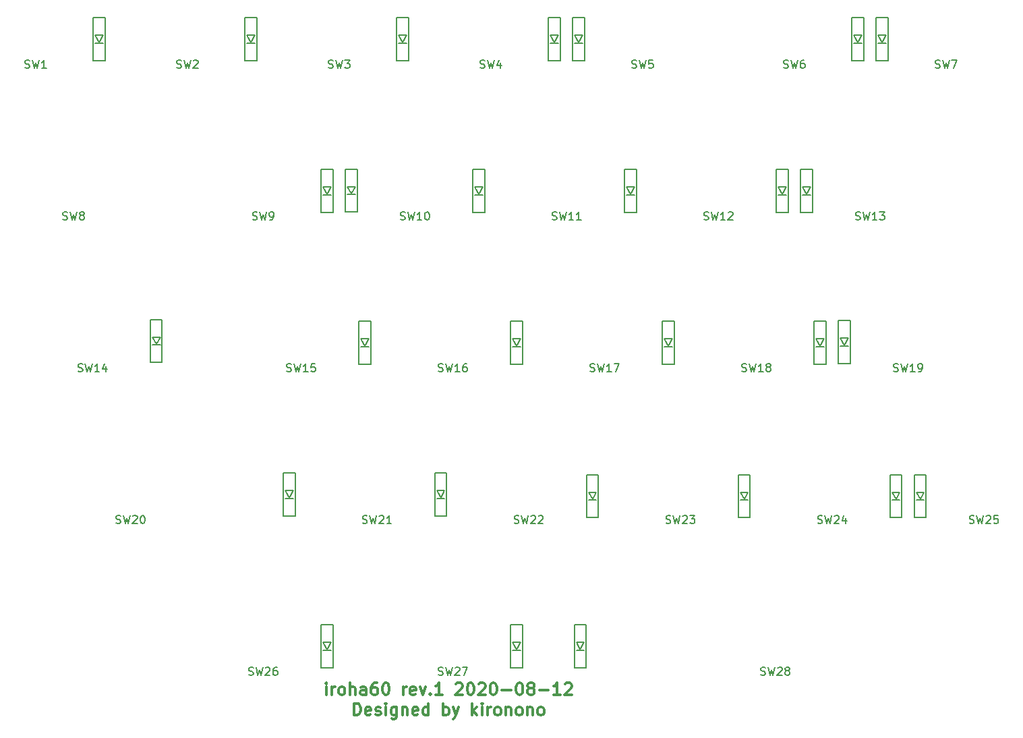
<source format=gto>
G04 #@! TF.GenerationSoftware,KiCad,Pcbnew,(5.1.5-0-10_14)*
G04 #@! TF.CreationDate,2020-08-12T23:03:47+09:00*
G04 #@! TF.ProjectId,iroha60-left,69726f68-6136-4302-9d6c-6566742e6b69,rev?*
G04 #@! TF.SameCoordinates,Original*
G04 #@! TF.FileFunction,Legend,Top*
G04 #@! TF.FilePolarity,Positive*
%FSLAX46Y46*%
G04 Gerber Fmt 4.6, Leading zero omitted, Abs format (unit mm)*
G04 Created by KiCad (PCBNEW (5.1.5-0-10_14)) date 2020-08-12 23:03:47*
%MOMM*%
%LPD*%
G04 APERTURE LIST*
%ADD10C,0.300000*%
%ADD11C,0.150000*%
G04 APERTURE END LIST*
D10*
X65685892Y-110233571D02*
X65685892Y-109233571D01*
X65685892Y-108733571D02*
X65614464Y-108805000D01*
X65685892Y-108876428D01*
X65757321Y-108805000D01*
X65685892Y-108733571D01*
X65685892Y-108876428D01*
X66400178Y-110233571D02*
X66400178Y-109233571D01*
X66400178Y-109519285D02*
X66471607Y-109376428D01*
X66543035Y-109305000D01*
X66685892Y-109233571D01*
X66828750Y-109233571D01*
X67543035Y-110233571D02*
X67400178Y-110162142D01*
X67328750Y-110090714D01*
X67257321Y-109947857D01*
X67257321Y-109519285D01*
X67328750Y-109376428D01*
X67400178Y-109305000D01*
X67543035Y-109233571D01*
X67757321Y-109233571D01*
X67900178Y-109305000D01*
X67971607Y-109376428D01*
X68043035Y-109519285D01*
X68043035Y-109947857D01*
X67971607Y-110090714D01*
X67900178Y-110162142D01*
X67757321Y-110233571D01*
X67543035Y-110233571D01*
X68685892Y-110233571D02*
X68685892Y-108733571D01*
X69328750Y-110233571D02*
X69328750Y-109447857D01*
X69257321Y-109305000D01*
X69114464Y-109233571D01*
X68900178Y-109233571D01*
X68757321Y-109305000D01*
X68685892Y-109376428D01*
X70685892Y-110233571D02*
X70685892Y-109447857D01*
X70614464Y-109305000D01*
X70471607Y-109233571D01*
X70185892Y-109233571D01*
X70043035Y-109305000D01*
X70685892Y-110162142D02*
X70543035Y-110233571D01*
X70185892Y-110233571D01*
X70043035Y-110162142D01*
X69971607Y-110019285D01*
X69971607Y-109876428D01*
X70043035Y-109733571D01*
X70185892Y-109662142D01*
X70543035Y-109662142D01*
X70685892Y-109590714D01*
X72043035Y-108733571D02*
X71757321Y-108733571D01*
X71614464Y-108805000D01*
X71543035Y-108876428D01*
X71400178Y-109090714D01*
X71328750Y-109376428D01*
X71328750Y-109947857D01*
X71400178Y-110090714D01*
X71471607Y-110162142D01*
X71614464Y-110233571D01*
X71900178Y-110233571D01*
X72043035Y-110162142D01*
X72114464Y-110090714D01*
X72185892Y-109947857D01*
X72185892Y-109590714D01*
X72114464Y-109447857D01*
X72043035Y-109376428D01*
X71900178Y-109305000D01*
X71614464Y-109305000D01*
X71471607Y-109376428D01*
X71400178Y-109447857D01*
X71328750Y-109590714D01*
X73114464Y-108733571D02*
X73257321Y-108733571D01*
X73400178Y-108805000D01*
X73471607Y-108876428D01*
X73543035Y-109019285D01*
X73614464Y-109305000D01*
X73614464Y-109662142D01*
X73543035Y-109947857D01*
X73471607Y-110090714D01*
X73400178Y-110162142D01*
X73257321Y-110233571D01*
X73114464Y-110233571D01*
X72971607Y-110162142D01*
X72900178Y-110090714D01*
X72828750Y-109947857D01*
X72757321Y-109662142D01*
X72757321Y-109305000D01*
X72828750Y-109019285D01*
X72900178Y-108876428D01*
X72971607Y-108805000D01*
X73114464Y-108733571D01*
X75400178Y-110233571D02*
X75400178Y-109233571D01*
X75400178Y-109519285D02*
X75471607Y-109376428D01*
X75543035Y-109305000D01*
X75685892Y-109233571D01*
X75828750Y-109233571D01*
X76900178Y-110162142D02*
X76757321Y-110233571D01*
X76471607Y-110233571D01*
X76328750Y-110162142D01*
X76257321Y-110019285D01*
X76257321Y-109447857D01*
X76328750Y-109305000D01*
X76471607Y-109233571D01*
X76757321Y-109233571D01*
X76900178Y-109305000D01*
X76971607Y-109447857D01*
X76971607Y-109590714D01*
X76257321Y-109733571D01*
X77471607Y-109233571D02*
X77828750Y-110233571D01*
X78185892Y-109233571D01*
X78757321Y-110090714D02*
X78828750Y-110162142D01*
X78757321Y-110233571D01*
X78685892Y-110162142D01*
X78757321Y-110090714D01*
X78757321Y-110233571D01*
X80257321Y-110233571D02*
X79400178Y-110233571D01*
X79828750Y-110233571D02*
X79828750Y-108733571D01*
X79685892Y-108947857D01*
X79543035Y-109090714D01*
X79400178Y-109162142D01*
X81971607Y-108876428D02*
X82043035Y-108805000D01*
X82185892Y-108733571D01*
X82543035Y-108733571D01*
X82685892Y-108805000D01*
X82757321Y-108876428D01*
X82828750Y-109019285D01*
X82828750Y-109162142D01*
X82757321Y-109376428D01*
X81900178Y-110233571D01*
X82828750Y-110233571D01*
X83757321Y-108733571D02*
X83900178Y-108733571D01*
X84043035Y-108805000D01*
X84114464Y-108876428D01*
X84185892Y-109019285D01*
X84257321Y-109305000D01*
X84257321Y-109662142D01*
X84185892Y-109947857D01*
X84114464Y-110090714D01*
X84043035Y-110162142D01*
X83900178Y-110233571D01*
X83757321Y-110233571D01*
X83614464Y-110162142D01*
X83543035Y-110090714D01*
X83471607Y-109947857D01*
X83400178Y-109662142D01*
X83400178Y-109305000D01*
X83471607Y-109019285D01*
X83543035Y-108876428D01*
X83614464Y-108805000D01*
X83757321Y-108733571D01*
X84828750Y-108876428D02*
X84900178Y-108805000D01*
X85043035Y-108733571D01*
X85400178Y-108733571D01*
X85543035Y-108805000D01*
X85614464Y-108876428D01*
X85685892Y-109019285D01*
X85685892Y-109162142D01*
X85614464Y-109376428D01*
X84757321Y-110233571D01*
X85685892Y-110233571D01*
X86614464Y-108733571D02*
X86757321Y-108733571D01*
X86900178Y-108805000D01*
X86971607Y-108876428D01*
X87043035Y-109019285D01*
X87114464Y-109305000D01*
X87114464Y-109662142D01*
X87043035Y-109947857D01*
X86971607Y-110090714D01*
X86900178Y-110162142D01*
X86757321Y-110233571D01*
X86614464Y-110233571D01*
X86471607Y-110162142D01*
X86400178Y-110090714D01*
X86328750Y-109947857D01*
X86257321Y-109662142D01*
X86257321Y-109305000D01*
X86328750Y-109019285D01*
X86400178Y-108876428D01*
X86471607Y-108805000D01*
X86614464Y-108733571D01*
X87757321Y-109662142D02*
X88900178Y-109662142D01*
X89900178Y-108733571D02*
X90043035Y-108733571D01*
X90185892Y-108805000D01*
X90257321Y-108876428D01*
X90328750Y-109019285D01*
X90400178Y-109305000D01*
X90400178Y-109662142D01*
X90328750Y-109947857D01*
X90257321Y-110090714D01*
X90185892Y-110162142D01*
X90043035Y-110233571D01*
X89900178Y-110233571D01*
X89757321Y-110162142D01*
X89685892Y-110090714D01*
X89614464Y-109947857D01*
X89543035Y-109662142D01*
X89543035Y-109305000D01*
X89614464Y-109019285D01*
X89685892Y-108876428D01*
X89757321Y-108805000D01*
X89900178Y-108733571D01*
X91257321Y-109376428D02*
X91114464Y-109305000D01*
X91043035Y-109233571D01*
X90971607Y-109090714D01*
X90971607Y-109019285D01*
X91043035Y-108876428D01*
X91114464Y-108805000D01*
X91257321Y-108733571D01*
X91543035Y-108733571D01*
X91685892Y-108805000D01*
X91757321Y-108876428D01*
X91828750Y-109019285D01*
X91828750Y-109090714D01*
X91757321Y-109233571D01*
X91685892Y-109305000D01*
X91543035Y-109376428D01*
X91257321Y-109376428D01*
X91114464Y-109447857D01*
X91043035Y-109519285D01*
X90971607Y-109662142D01*
X90971607Y-109947857D01*
X91043035Y-110090714D01*
X91114464Y-110162142D01*
X91257321Y-110233571D01*
X91543035Y-110233571D01*
X91685892Y-110162142D01*
X91757321Y-110090714D01*
X91828750Y-109947857D01*
X91828750Y-109662142D01*
X91757321Y-109519285D01*
X91685892Y-109447857D01*
X91543035Y-109376428D01*
X92471607Y-109662142D02*
X93614464Y-109662142D01*
X95114464Y-110233571D02*
X94257321Y-110233571D01*
X94685892Y-110233571D02*
X94685892Y-108733571D01*
X94543035Y-108947857D01*
X94400178Y-109090714D01*
X94257321Y-109162142D01*
X95685892Y-108876428D02*
X95757321Y-108805000D01*
X95900178Y-108733571D01*
X96257321Y-108733571D01*
X96400178Y-108805000D01*
X96471607Y-108876428D01*
X96543035Y-109019285D01*
X96543035Y-109162142D01*
X96471607Y-109376428D01*
X95614464Y-110233571D01*
X96543035Y-110233571D01*
X69185892Y-112783571D02*
X69185892Y-111283571D01*
X69543035Y-111283571D01*
X69757321Y-111355000D01*
X69900178Y-111497857D01*
X69971607Y-111640714D01*
X70043035Y-111926428D01*
X70043035Y-112140714D01*
X69971607Y-112426428D01*
X69900178Y-112569285D01*
X69757321Y-112712142D01*
X69543035Y-112783571D01*
X69185892Y-112783571D01*
X71257321Y-112712142D02*
X71114464Y-112783571D01*
X70828750Y-112783571D01*
X70685892Y-112712142D01*
X70614464Y-112569285D01*
X70614464Y-111997857D01*
X70685892Y-111855000D01*
X70828750Y-111783571D01*
X71114464Y-111783571D01*
X71257321Y-111855000D01*
X71328750Y-111997857D01*
X71328750Y-112140714D01*
X70614464Y-112283571D01*
X71900178Y-112712142D02*
X72043035Y-112783571D01*
X72328750Y-112783571D01*
X72471607Y-112712142D01*
X72543035Y-112569285D01*
X72543035Y-112497857D01*
X72471607Y-112355000D01*
X72328750Y-112283571D01*
X72114464Y-112283571D01*
X71971607Y-112212142D01*
X71900178Y-112069285D01*
X71900178Y-111997857D01*
X71971607Y-111855000D01*
X72114464Y-111783571D01*
X72328750Y-111783571D01*
X72471607Y-111855000D01*
X73185892Y-112783571D02*
X73185892Y-111783571D01*
X73185892Y-111283571D02*
X73114464Y-111355000D01*
X73185892Y-111426428D01*
X73257321Y-111355000D01*
X73185892Y-111283571D01*
X73185892Y-111426428D01*
X74543035Y-111783571D02*
X74543035Y-112997857D01*
X74471607Y-113140714D01*
X74400178Y-113212142D01*
X74257321Y-113283571D01*
X74043035Y-113283571D01*
X73900178Y-113212142D01*
X74543035Y-112712142D02*
X74400178Y-112783571D01*
X74114464Y-112783571D01*
X73971607Y-112712142D01*
X73900178Y-112640714D01*
X73828750Y-112497857D01*
X73828750Y-112069285D01*
X73900178Y-111926428D01*
X73971607Y-111855000D01*
X74114464Y-111783571D01*
X74400178Y-111783571D01*
X74543035Y-111855000D01*
X75257321Y-111783571D02*
X75257321Y-112783571D01*
X75257321Y-111926428D02*
X75328750Y-111855000D01*
X75471607Y-111783571D01*
X75685892Y-111783571D01*
X75828750Y-111855000D01*
X75900178Y-111997857D01*
X75900178Y-112783571D01*
X77185892Y-112712142D02*
X77043035Y-112783571D01*
X76757321Y-112783571D01*
X76614464Y-112712142D01*
X76543035Y-112569285D01*
X76543035Y-111997857D01*
X76614464Y-111855000D01*
X76757321Y-111783571D01*
X77043035Y-111783571D01*
X77185892Y-111855000D01*
X77257321Y-111997857D01*
X77257321Y-112140714D01*
X76543035Y-112283571D01*
X78543035Y-112783571D02*
X78543035Y-111283571D01*
X78543035Y-112712142D02*
X78400178Y-112783571D01*
X78114464Y-112783571D01*
X77971607Y-112712142D01*
X77900178Y-112640714D01*
X77828750Y-112497857D01*
X77828750Y-112069285D01*
X77900178Y-111926428D01*
X77971607Y-111855000D01*
X78114464Y-111783571D01*
X78400178Y-111783571D01*
X78543035Y-111855000D01*
X80400178Y-112783571D02*
X80400178Y-111283571D01*
X80400178Y-111855000D02*
X80543035Y-111783571D01*
X80828750Y-111783571D01*
X80971607Y-111855000D01*
X81043035Y-111926428D01*
X81114464Y-112069285D01*
X81114464Y-112497857D01*
X81043035Y-112640714D01*
X80971607Y-112712142D01*
X80828750Y-112783571D01*
X80543035Y-112783571D01*
X80400178Y-112712142D01*
X81614464Y-111783571D02*
X81971607Y-112783571D01*
X82328750Y-111783571D02*
X81971607Y-112783571D01*
X81828750Y-113140714D01*
X81757321Y-113212142D01*
X81614464Y-113283571D01*
X84043035Y-112783571D02*
X84043035Y-111283571D01*
X84185892Y-112212142D02*
X84614464Y-112783571D01*
X84614464Y-111783571D02*
X84043035Y-112355000D01*
X85257321Y-112783571D02*
X85257321Y-111783571D01*
X85257321Y-111283571D02*
X85185892Y-111355000D01*
X85257321Y-111426428D01*
X85328750Y-111355000D01*
X85257321Y-111283571D01*
X85257321Y-111426428D01*
X85971607Y-112783571D02*
X85971607Y-111783571D01*
X85971607Y-112069285D02*
X86043035Y-111926428D01*
X86114464Y-111855000D01*
X86257321Y-111783571D01*
X86400178Y-111783571D01*
X87114464Y-112783571D02*
X86971607Y-112712142D01*
X86900178Y-112640714D01*
X86828750Y-112497857D01*
X86828750Y-112069285D01*
X86900178Y-111926428D01*
X86971607Y-111855000D01*
X87114464Y-111783571D01*
X87328750Y-111783571D01*
X87471607Y-111855000D01*
X87543035Y-111926428D01*
X87614464Y-112069285D01*
X87614464Y-112497857D01*
X87543035Y-112640714D01*
X87471607Y-112712142D01*
X87328750Y-112783571D01*
X87114464Y-112783571D01*
X88257321Y-111783571D02*
X88257321Y-112783571D01*
X88257321Y-111926428D02*
X88328750Y-111855000D01*
X88471607Y-111783571D01*
X88685892Y-111783571D01*
X88828750Y-111855000D01*
X88900178Y-111997857D01*
X88900178Y-112783571D01*
X89828750Y-112783571D02*
X89685892Y-112712142D01*
X89614464Y-112640714D01*
X89543035Y-112497857D01*
X89543035Y-112069285D01*
X89614464Y-111926428D01*
X89685892Y-111855000D01*
X89828750Y-111783571D01*
X90043035Y-111783571D01*
X90185892Y-111855000D01*
X90257321Y-111926428D01*
X90328750Y-112069285D01*
X90328750Y-112497857D01*
X90257321Y-112640714D01*
X90185892Y-112712142D01*
X90043035Y-112783571D01*
X89828750Y-112783571D01*
X90971607Y-111783571D02*
X90971607Y-112783571D01*
X90971607Y-111926428D02*
X91043035Y-111855000D01*
X91185892Y-111783571D01*
X91400178Y-111783571D01*
X91543035Y-111855000D01*
X91614464Y-111997857D01*
X91614464Y-112783571D01*
X92543035Y-112783571D02*
X92400178Y-112712142D01*
X92328750Y-112640714D01*
X92257321Y-112497857D01*
X92257321Y-112069285D01*
X92328750Y-111926428D01*
X92400178Y-111855000D01*
X92543035Y-111783571D01*
X92757321Y-111783571D01*
X92900178Y-111855000D01*
X92971607Y-111926428D01*
X93043035Y-112069285D01*
X93043035Y-112497857D01*
X92971607Y-112640714D01*
X92900178Y-112712142D01*
X92757321Y-112783571D01*
X92543035Y-112783571D01*
D11*
X37960000Y-25240000D02*
X36460000Y-25240000D01*
X37960000Y-30640000D02*
X37960000Y-25240000D01*
X36460000Y-30640000D02*
X37960000Y-30640000D01*
X36460000Y-25240000D02*
X36460000Y-30640000D01*
X36710000Y-28440000D02*
X37710000Y-28440000D01*
X37710000Y-27440000D02*
X37210000Y-28340000D01*
X36710000Y-27440000D02*
X37710000Y-27440000D01*
X37210000Y-28340000D02*
X36710000Y-27440000D01*
X56960000Y-25240000D02*
X55460000Y-25240000D01*
X56960000Y-30640000D02*
X56960000Y-25240000D01*
X55460000Y-30640000D02*
X56960000Y-30640000D01*
X55460000Y-25240000D02*
X55460000Y-30640000D01*
X55710000Y-28440000D02*
X56710000Y-28440000D01*
X56710000Y-27440000D02*
X56210000Y-28340000D01*
X55710000Y-27440000D02*
X56710000Y-27440000D01*
X56210000Y-28340000D02*
X55710000Y-27440000D01*
X76060000Y-25240000D02*
X74560000Y-25240000D01*
X76060000Y-30640000D02*
X76060000Y-25240000D01*
X74560000Y-30640000D02*
X76060000Y-30640000D01*
X74560000Y-25240000D02*
X74560000Y-30640000D01*
X74810000Y-28440000D02*
X75810000Y-28440000D01*
X75810000Y-27440000D02*
X75310000Y-28340000D01*
X74810000Y-27440000D02*
X75810000Y-27440000D01*
X75310000Y-28340000D02*
X74810000Y-27440000D01*
X95110000Y-25240000D02*
X93610000Y-25240000D01*
X95110000Y-30640000D02*
X95110000Y-25240000D01*
X93610000Y-30640000D02*
X95110000Y-30640000D01*
X93610000Y-25240000D02*
X93610000Y-30640000D01*
X93860000Y-28440000D02*
X94860000Y-28440000D01*
X94860000Y-27440000D02*
X94360000Y-28340000D01*
X93860000Y-27440000D02*
X94860000Y-27440000D01*
X94360000Y-28340000D02*
X93860000Y-27440000D01*
X98160000Y-25240000D02*
X96660000Y-25240000D01*
X98160000Y-30640000D02*
X98160000Y-25240000D01*
X96660000Y-30640000D02*
X98160000Y-30640000D01*
X96660000Y-25240000D02*
X96660000Y-30640000D01*
X96910000Y-28440000D02*
X97910000Y-28440000D01*
X97910000Y-27440000D02*
X97410000Y-28340000D01*
X96910000Y-27440000D02*
X97910000Y-27440000D01*
X97410000Y-28340000D02*
X96910000Y-27440000D01*
X133210000Y-25240000D02*
X131710000Y-25240000D01*
X133210000Y-30640000D02*
X133210000Y-25240000D01*
X131710000Y-30640000D02*
X133210000Y-30640000D01*
X131710000Y-25240000D02*
X131710000Y-30640000D01*
X131960000Y-28440000D02*
X132960000Y-28440000D01*
X132960000Y-27440000D02*
X132460000Y-28340000D01*
X131960000Y-27440000D02*
X132960000Y-27440000D01*
X132460000Y-28340000D02*
X131960000Y-27440000D01*
X136260000Y-25240000D02*
X134760000Y-25240000D01*
X136260000Y-30640000D02*
X136260000Y-25240000D01*
X134760000Y-30640000D02*
X136260000Y-30640000D01*
X134760000Y-25240000D02*
X134760000Y-30640000D01*
X135010000Y-28440000D02*
X136010000Y-28440000D01*
X136010000Y-27440000D02*
X135510000Y-28340000D01*
X135010000Y-27440000D02*
X136010000Y-27440000D01*
X135510000Y-28340000D02*
X135010000Y-27440000D01*
X65785000Y-47390000D02*
X65285000Y-46490000D01*
X65285000Y-46490000D02*
X66285000Y-46490000D01*
X66285000Y-46490000D02*
X65785000Y-47390000D01*
X65285000Y-47490000D02*
X66285000Y-47490000D01*
X65035000Y-44290000D02*
X65035000Y-49690000D01*
X65035000Y-49690000D02*
X66535000Y-49690000D01*
X66535000Y-49690000D02*
X66535000Y-44290000D01*
X66535000Y-44290000D02*
X65035000Y-44290000D01*
X68835000Y-47340000D02*
X68335000Y-46440000D01*
X68335000Y-46440000D02*
X69335000Y-46440000D01*
X69335000Y-46440000D02*
X68835000Y-47340000D01*
X68335000Y-47440000D02*
X69335000Y-47440000D01*
X68085000Y-44240000D02*
X68085000Y-49640000D01*
X68085000Y-49640000D02*
X69585000Y-49640000D01*
X69585000Y-49640000D02*
X69585000Y-44240000D01*
X69585000Y-44240000D02*
X68085000Y-44240000D01*
X84835000Y-47390000D02*
X84335000Y-46490000D01*
X84335000Y-46490000D02*
X85335000Y-46490000D01*
X85335000Y-46490000D02*
X84835000Y-47390000D01*
X84335000Y-47490000D02*
X85335000Y-47490000D01*
X84085000Y-44290000D02*
X84085000Y-49690000D01*
X84085000Y-49690000D02*
X85585000Y-49690000D01*
X85585000Y-49690000D02*
X85585000Y-44290000D01*
X85585000Y-44290000D02*
X84085000Y-44290000D01*
X103885000Y-47390000D02*
X103385000Y-46490000D01*
X103385000Y-46490000D02*
X104385000Y-46490000D01*
X104385000Y-46490000D02*
X103885000Y-47390000D01*
X103385000Y-47490000D02*
X104385000Y-47490000D01*
X103135000Y-44290000D02*
X103135000Y-49690000D01*
X103135000Y-49690000D02*
X104635000Y-49690000D01*
X104635000Y-49690000D02*
X104635000Y-44290000D01*
X104635000Y-44290000D02*
X103135000Y-44290000D01*
X122935000Y-47390000D02*
X122435000Y-46490000D01*
X122435000Y-46490000D02*
X123435000Y-46490000D01*
X123435000Y-46490000D02*
X122935000Y-47390000D01*
X122435000Y-47490000D02*
X123435000Y-47490000D01*
X122185000Y-44290000D02*
X122185000Y-49690000D01*
X122185000Y-49690000D02*
X123685000Y-49690000D01*
X123685000Y-49690000D02*
X123685000Y-44290000D01*
X123685000Y-44290000D02*
X122185000Y-44290000D01*
X125985000Y-47390000D02*
X125485000Y-46490000D01*
X125485000Y-46490000D02*
X126485000Y-46490000D01*
X126485000Y-46490000D02*
X125985000Y-47390000D01*
X125485000Y-47490000D02*
X126485000Y-47490000D01*
X125235000Y-44290000D02*
X125235000Y-49690000D01*
X125235000Y-49690000D02*
X126735000Y-49690000D01*
X126735000Y-49690000D02*
X126735000Y-44290000D01*
X126735000Y-44290000D02*
X125235000Y-44290000D01*
X45103750Y-63115000D02*
X43603750Y-63115000D01*
X45103750Y-68515000D02*
X45103750Y-63115000D01*
X43603750Y-68515000D02*
X45103750Y-68515000D01*
X43603750Y-63115000D02*
X43603750Y-68515000D01*
X43853750Y-66315000D02*
X44853750Y-66315000D01*
X44853750Y-65315000D02*
X44353750Y-66215000D01*
X43853750Y-65315000D02*
X44853750Y-65315000D01*
X44353750Y-66215000D02*
X43853750Y-65315000D01*
X71297500Y-63340000D02*
X69797500Y-63340000D01*
X71297500Y-68740000D02*
X71297500Y-63340000D01*
X69797500Y-68740000D02*
X71297500Y-68740000D01*
X69797500Y-63340000D02*
X69797500Y-68740000D01*
X70047500Y-66540000D02*
X71047500Y-66540000D01*
X71047500Y-65540000D02*
X70547500Y-66440000D01*
X70047500Y-65540000D02*
X71047500Y-65540000D01*
X70547500Y-66440000D02*
X70047500Y-65540000D01*
X89597500Y-66440000D02*
X89097500Y-65540000D01*
X89097500Y-65540000D02*
X90097500Y-65540000D01*
X90097500Y-65540000D02*
X89597500Y-66440000D01*
X89097500Y-66540000D02*
X90097500Y-66540000D01*
X88847500Y-63340000D02*
X88847500Y-68740000D01*
X88847500Y-68740000D02*
X90347500Y-68740000D01*
X90347500Y-68740000D02*
X90347500Y-63340000D01*
X90347500Y-63340000D02*
X88847500Y-63340000D01*
X109397500Y-63340000D02*
X107897500Y-63340000D01*
X109397500Y-68740000D02*
X109397500Y-63340000D01*
X107897500Y-68740000D02*
X109397500Y-68740000D01*
X107897500Y-63340000D02*
X107897500Y-68740000D01*
X108147500Y-66540000D02*
X109147500Y-66540000D01*
X109147500Y-65540000D02*
X108647500Y-66440000D01*
X108147500Y-65540000D02*
X109147500Y-65540000D01*
X108647500Y-66440000D02*
X108147500Y-65540000D01*
X128447500Y-63340000D02*
X126947500Y-63340000D01*
X128447500Y-68740000D02*
X128447500Y-63340000D01*
X126947500Y-68740000D02*
X128447500Y-68740000D01*
X126947500Y-63340000D02*
X126947500Y-68740000D01*
X127197500Y-66540000D02*
X128197500Y-66540000D01*
X128197500Y-65540000D02*
X127697500Y-66440000D01*
X127197500Y-65540000D02*
X128197500Y-65540000D01*
X127697500Y-66440000D02*
X127197500Y-65540000D01*
X131497500Y-63240000D02*
X129997500Y-63240000D01*
X131497500Y-68640000D02*
X131497500Y-63240000D01*
X129997500Y-68640000D02*
X131497500Y-68640000D01*
X129997500Y-63240000D02*
X129997500Y-68640000D01*
X130247500Y-66440000D02*
X131247500Y-66440000D01*
X131247500Y-65440000D02*
X130747500Y-66340000D01*
X130247500Y-65440000D02*
X131247500Y-65440000D01*
X130747500Y-66340000D02*
X130247500Y-65440000D01*
X61822500Y-82390000D02*
X60322500Y-82390000D01*
X61822500Y-87790000D02*
X61822500Y-82390000D01*
X60322500Y-87790000D02*
X61822500Y-87790000D01*
X60322500Y-82390000D02*
X60322500Y-87790000D01*
X60572500Y-85590000D02*
X61572500Y-85590000D01*
X61572500Y-84590000D02*
X61072500Y-85490000D01*
X60572500Y-84590000D02*
X61572500Y-84590000D01*
X61072500Y-85490000D02*
X60572500Y-84590000D01*
X80822500Y-82390000D02*
X79322500Y-82390000D01*
X80822500Y-87790000D02*
X80822500Y-82390000D01*
X79322500Y-87790000D02*
X80822500Y-87790000D01*
X79322500Y-82390000D02*
X79322500Y-87790000D01*
X79572500Y-85590000D02*
X80572500Y-85590000D01*
X80572500Y-84590000D02*
X80072500Y-85490000D01*
X79572500Y-84590000D02*
X80572500Y-84590000D01*
X80072500Y-85490000D02*
X79572500Y-84590000D01*
X99122500Y-85680000D02*
X98622500Y-84780000D01*
X98622500Y-84780000D02*
X99622500Y-84780000D01*
X99622500Y-84780000D02*
X99122500Y-85680000D01*
X98622500Y-85780000D02*
X99622500Y-85780000D01*
X98372500Y-82580000D02*
X98372500Y-87980000D01*
X98372500Y-87980000D02*
X99872500Y-87980000D01*
X99872500Y-87980000D02*
X99872500Y-82580000D01*
X99872500Y-82580000D02*
X98372500Y-82580000D01*
X118172500Y-85680000D02*
X117672500Y-84780000D01*
X117672500Y-84780000D02*
X118672500Y-84780000D01*
X118672500Y-84780000D02*
X118172500Y-85680000D01*
X117672500Y-85780000D02*
X118672500Y-85780000D01*
X117422500Y-82580000D02*
X117422500Y-87980000D01*
X117422500Y-87980000D02*
X118922500Y-87980000D01*
X118922500Y-87980000D02*
X118922500Y-82580000D01*
X118922500Y-82580000D02*
X117422500Y-82580000D01*
X137222500Y-85680000D02*
X136722500Y-84780000D01*
X136722500Y-84780000D02*
X137722500Y-84780000D01*
X137722500Y-84780000D02*
X137222500Y-85680000D01*
X136722500Y-85780000D02*
X137722500Y-85780000D01*
X136472500Y-82580000D02*
X136472500Y-87980000D01*
X136472500Y-87980000D02*
X137972500Y-87980000D01*
X137972500Y-87980000D02*
X137972500Y-82580000D01*
X137972500Y-82580000D02*
X136472500Y-82580000D01*
X140272500Y-85680000D02*
X139772500Y-84780000D01*
X139772500Y-84780000D02*
X140772500Y-84780000D01*
X140772500Y-84780000D02*
X140272500Y-85680000D01*
X139772500Y-85780000D02*
X140772500Y-85780000D01*
X139522500Y-82580000D02*
X139522500Y-87980000D01*
X139522500Y-87980000D02*
X141022500Y-87980000D01*
X141022500Y-87980000D02*
X141022500Y-82580000D01*
X141022500Y-82580000D02*
X139522500Y-82580000D01*
X65785000Y-104540000D02*
X65285000Y-103640000D01*
X65285000Y-103640000D02*
X66285000Y-103640000D01*
X66285000Y-103640000D02*
X65785000Y-104540000D01*
X65285000Y-104640000D02*
X66285000Y-104640000D01*
X65035000Y-101440000D02*
X65035000Y-106840000D01*
X65035000Y-106840000D02*
X66535000Y-106840000D01*
X66535000Y-106840000D02*
X66535000Y-101440000D01*
X66535000Y-101440000D02*
X65035000Y-101440000D01*
X89597500Y-104540000D02*
X89097500Y-103640000D01*
X89097500Y-103640000D02*
X90097500Y-103640000D01*
X90097500Y-103640000D02*
X89597500Y-104540000D01*
X89097500Y-104640000D02*
X90097500Y-104640000D01*
X88847500Y-101440000D02*
X88847500Y-106840000D01*
X88847500Y-106840000D02*
X90347500Y-106840000D01*
X90347500Y-106840000D02*
X90347500Y-101440000D01*
X90347500Y-101440000D02*
X88847500Y-101440000D01*
X97597500Y-104540000D02*
X97097500Y-103640000D01*
X97097500Y-103640000D02*
X98097500Y-103640000D01*
X98097500Y-103640000D02*
X97597500Y-104540000D01*
X97097500Y-104640000D02*
X98097500Y-104640000D01*
X96847500Y-101440000D02*
X96847500Y-106840000D01*
X96847500Y-106840000D02*
X98347500Y-106840000D01*
X98347500Y-106840000D02*
X98347500Y-101440000D01*
X98347500Y-101440000D02*
X96847500Y-101440000D01*
X27876666Y-31519761D02*
X28019523Y-31567380D01*
X28257619Y-31567380D01*
X28352857Y-31519761D01*
X28400476Y-31472142D01*
X28448095Y-31376904D01*
X28448095Y-31281666D01*
X28400476Y-31186428D01*
X28352857Y-31138809D01*
X28257619Y-31091190D01*
X28067142Y-31043571D01*
X27971904Y-30995952D01*
X27924285Y-30948333D01*
X27876666Y-30853095D01*
X27876666Y-30757857D01*
X27924285Y-30662619D01*
X27971904Y-30615000D01*
X28067142Y-30567380D01*
X28305238Y-30567380D01*
X28448095Y-30615000D01*
X28781428Y-30567380D02*
X29019523Y-31567380D01*
X29210000Y-30853095D01*
X29400476Y-31567380D01*
X29638571Y-30567380D01*
X30543333Y-31567380D02*
X29971904Y-31567380D01*
X30257619Y-31567380D02*
X30257619Y-30567380D01*
X30162380Y-30710238D01*
X30067142Y-30805476D01*
X29971904Y-30853095D01*
X46926666Y-31519761D02*
X47069523Y-31567380D01*
X47307619Y-31567380D01*
X47402857Y-31519761D01*
X47450476Y-31472142D01*
X47498095Y-31376904D01*
X47498095Y-31281666D01*
X47450476Y-31186428D01*
X47402857Y-31138809D01*
X47307619Y-31091190D01*
X47117142Y-31043571D01*
X47021904Y-30995952D01*
X46974285Y-30948333D01*
X46926666Y-30853095D01*
X46926666Y-30757857D01*
X46974285Y-30662619D01*
X47021904Y-30615000D01*
X47117142Y-30567380D01*
X47355238Y-30567380D01*
X47498095Y-30615000D01*
X47831428Y-30567380D02*
X48069523Y-31567380D01*
X48260000Y-30853095D01*
X48450476Y-31567380D01*
X48688571Y-30567380D01*
X49021904Y-30662619D02*
X49069523Y-30615000D01*
X49164761Y-30567380D01*
X49402857Y-30567380D01*
X49498095Y-30615000D01*
X49545714Y-30662619D01*
X49593333Y-30757857D01*
X49593333Y-30853095D01*
X49545714Y-30995952D01*
X48974285Y-31567380D01*
X49593333Y-31567380D01*
X65976666Y-31519761D02*
X66119523Y-31567380D01*
X66357619Y-31567380D01*
X66452857Y-31519761D01*
X66500476Y-31472142D01*
X66548095Y-31376904D01*
X66548095Y-31281666D01*
X66500476Y-31186428D01*
X66452857Y-31138809D01*
X66357619Y-31091190D01*
X66167142Y-31043571D01*
X66071904Y-30995952D01*
X66024285Y-30948333D01*
X65976666Y-30853095D01*
X65976666Y-30757857D01*
X66024285Y-30662619D01*
X66071904Y-30615000D01*
X66167142Y-30567380D01*
X66405238Y-30567380D01*
X66548095Y-30615000D01*
X66881428Y-30567380D02*
X67119523Y-31567380D01*
X67310000Y-30853095D01*
X67500476Y-31567380D01*
X67738571Y-30567380D01*
X68024285Y-30567380D02*
X68643333Y-30567380D01*
X68310000Y-30948333D01*
X68452857Y-30948333D01*
X68548095Y-30995952D01*
X68595714Y-31043571D01*
X68643333Y-31138809D01*
X68643333Y-31376904D01*
X68595714Y-31472142D01*
X68548095Y-31519761D01*
X68452857Y-31567380D01*
X68167142Y-31567380D01*
X68071904Y-31519761D01*
X68024285Y-31472142D01*
X85026666Y-31519761D02*
X85169523Y-31567380D01*
X85407619Y-31567380D01*
X85502857Y-31519761D01*
X85550476Y-31472142D01*
X85598095Y-31376904D01*
X85598095Y-31281666D01*
X85550476Y-31186428D01*
X85502857Y-31138809D01*
X85407619Y-31091190D01*
X85217142Y-31043571D01*
X85121904Y-30995952D01*
X85074285Y-30948333D01*
X85026666Y-30853095D01*
X85026666Y-30757857D01*
X85074285Y-30662619D01*
X85121904Y-30615000D01*
X85217142Y-30567380D01*
X85455238Y-30567380D01*
X85598095Y-30615000D01*
X85931428Y-30567380D02*
X86169523Y-31567380D01*
X86360000Y-30853095D01*
X86550476Y-31567380D01*
X86788571Y-30567380D01*
X87598095Y-30900714D02*
X87598095Y-31567380D01*
X87360000Y-30519761D02*
X87121904Y-31234047D01*
X87740952Y-31234047D01*
X104076666Y-31519761D02*
X104219523Y-31567380D01*
X104457619Y-31567380D01*
X104552857Y-31519761D01*
X104600476Y-31472142D01*
X104648095Y-31376904D01*
X104648095Y-31281666D01*
X104600476Y-31186428D01*
X104552857Y-31138809D01*
X104457619Y-31091190D01*
X104267142Y-31043571D01*
X104171904Y-30995952D01*
X104124285Y-30948333D01*
X104076666Y-30853095D01*
X104076666Y-30757857D01*
X104124285Y-30662619D01*
X104171904Y-30615000D01*
X104267142Y-30567380D01*
X104505238Y-30567380D01*
X104648095Y-30615000D01*
X104981428Y-30567380D02*
X105219523Y-31567380D01*
X105410000Y-30853095D01*
X105600476Y-31567380D01*
X105838571Y-30567380D01*
X106695714Y-30567380D02*
X106219523Y-30567380D01*
X106171904Y-31043571D01*
X106219523Y-30995952D01*
X106314761Y-30948333D01*
X106552857Y-30948333D01*
X106648095Y-30995952D01*
X106695714Y-31043571D01*
X106743333Y-31138809D01*
X106743333Y-31376904D01*
X106695714Y-31472142D01*
X106648095Y-31519761D01*
X106552857Y-31567380D01*
X106314761Y-31567380D01*
X106219523Y-31519761D01*
X106171904Y-31472142D01*
X123126666Y-31519761D02*
X123269523Y-31567380D01*
X123507619Y-31567380D01*
X123602857Y-31519761D01*
X123650476Y-31472142D01*
X123698095Y-31376904D01*
X123698095Y-31281666D01*
X123650476Y-31186428D01*
X123602857Y-31138809D01*
X123507619Y-31091190D01*
X123317142Y-31043571D01*
X123221904Y-30995952D01*
X123174285Y-30948333D01*
X123126666Y-30853095D01*
X123126666Y-30757857D01*
X123174285Y-30662619D01*
X123221904Y-30615000D01*
X123317142Y-30567380D01*
X123555238Y-30567380D01*
X123698095Y-30615000D01*
X124031428Y-30567380D02*
X124269523Y-31567380D01*
X124460000Y-30853095D01*
X124650476Y-31567380D01*
X124888571Y-30567380D01*
X125698095Y-30567380D02*
X125507619Y-30567380D01*
X125412380Y-30615000D01*
X125364761Y-30662619D01*
X125269523Y-30805476D01*
X125221904Y-30995952D01*
X125221904Y-31376904D01*
X125269523Y-31472142D01*
X125317142Y-31519761D01*
X125412380Y-31567380D01*
X125602857Y-31567380D01*
X125698095Y-31519761D01*
X125745714Y-31472142D01*
X125793333Y-31376904D01*
X125793333Y-31138809D01*
X125745714Y-31043571D01*
X125698095Y-30995952D01*
X125602857Y-30948333D01*
X125412380Y-30948333D01*
X125317142Y-30995952D01*
X125269523Y-31043571D01*
X125221904Y-31138809D01*
X142176666Y-31519761D02*
X142319523Y-31567380D01*
X142557619Y-31567380D01*
X142652857Y-31519761D01*
X142700476Y-31472142D01*
X142748095Y-31376904D01*
X142748095Y-31281666D01*
X142700476Y-31186428D01*
X142652857Y-31138809D01*
X142557619Y-31091190D01*
X142367142Y-31043571D01*
X142271904Y-30995952D01*
X142224285Y-30948333D01*
X142176666Y-30853095D01*
X142176666Y-30757857D01*
X142224285Y-30662619D01*
X142271904Y-30615000D01*
X142367142Y-30567380D01*
X142605238Y-30567380D01*
X142748095Y-30615000D01*
X143081428Y-30567380D02*
X143319523Y-31567380D01*
X143510000Y-30853095D01*
X143700476Y-31567380D01*
X143938571Y-30567380D01*
X144224285Y-30567380D02*
X144890952Y-30567380D01*
X144462380Y-31567380D01*
X32639166Y-50569761D02*
X32782023Y-50617380D01*
X33020119Y-50617380D01*
X33115357Y-50569761D01*
X33162976Y-50522142D01*
X33210595Y-50426904D01*
X33210595Y-50331666D01*
X33162976Y-50236428D01*
X33115357Y-50188809D01*
X33020119Y-50141190D01*
X32829642Y-50093571D01*
X32734404Y-50045952D01*
X32686785Y-49998333D01*
X32639166Y-49903095D01*
X32639166Y-49807857D01*
X32686785Y-49712619D01*
X32734404Y-49665000D01*
X32829642Y-49617380D01*
X33067738Y-49617380D01*
X33210595Y-49665000D01*
X33543928Y-49617380D02*
X33782023Y-50617380D01*
X33972500Y-49903095D01*
X34162976Y-50617380D01*
X34401071Y-49617380D01*
X34924880Y-50045952D02*
X34829642Y-49998333D01*
X34782023Y-49950714D01*
X34734404Y-49855476D01*
X34734404Y-49807857D01*
X34782023Y-49712619D01*
X34829642Y-49665000D01*
X34924880Y-49617380D01*
X35115357Y-49617380D01*
X35210595Y-49665000D01*
X35258214Y-49712619D01*
X35305833Y-49807857D01*
X35305833Y-49855476D01*
X35258214Y-49950714D01*
X35210595Y-49998333D01*
X35115357Y-50045952D01*
X34924880Y-50045952D01*
X34829642Y-50093571D01*
X34782023Y-50141190D01*
X34734404Y-50236428D01*
X34734404Y-50426904D01*
X34782023Y-50522142D01*
X34829642Y-50569761D01*
X34924880Y-50617380D01*
X35115357Y-50617380D01*
X35210595Y-50569761D01*
X35258214Y-50522142D01*
X35305833Y-50426904D01*
X35305833Y-50236428D01*
X35258214Y-50141190D01*
X35210595Y-50093571D01*
X35115357Y-50045952D01*
X56451666Y-50569761D02*
X56594523Y-50617380D01*
X56832619Y-50617380D01*
X56927857Y-50569761D01*
X56975476Y-50522142D01*
X57023095Y-50426904D01*
X57023095Y-50331666D01*
X56975476Y-50236428D01*
X56927857Y-50188809D01*
X56832619Y-50141190D01*
X56642142Y-50093571D01*
X56546904Y-50045952D01*
X56499285Y-49998333D01*
X56451666Y-49903095D01*
X56451666Y-49807857D01*
X56499285Y-49712619D01*
X56546904Y-49665000D01*
X56642142Y-49617380D01*
X56880238Y-49617380D01*
X57023095Y-49665000D01*
X57356428Y-49617380D02*
X57594523Y-50617380D01*
X57785000Y-49903095D01*
X57975476Y-50617380D01*
X58213571Y-49617380D01*
X58642142Y-50617380D02*
X58832619Y-50617380D01*
X58927857Y-50569761D01*
X58975476Y-50522142D01*
X59070714Y-50379285D01*
X59118333Y-50188809D01*
X59118333Y-49807857D01*
X59070714Y-49712619D01*
X59023095Y-49665000D01*
X58927857Y-49617380D01*
X58737380Y-49617380D01*
X58642142Y-49665000D01*
X58594523Y-49712619D01*
X58546904Y-49807857D01*
X58546904Y-50045952D01*
X58594523Y-50141190D01*
X58642142Y-50188809D01*
X58737380Y-50236428D01*
X58927857Y-50236428D01*
X59023095Y-50188809D01*
X59070714Y-50141190D01*
X59118333Y-50045952D01*
X75025476Y-50569761D02*
X75168333Y-50617380D01*
X75406428Y-50617380D01*
X75501666Y-50569761D01*
X75549285Y-50522142D01*
X75596904Y-50426904D01*
X75596904Y-50331666D01*
X75549285Y-50236428D01*
X75501666Y-50188809D01*
X75406428Y-50141190D01*
X75215952Y-50093571D01*
X75120714Y-50045952D01*
X75073095Y-49998333D01*
X75025476Y-49903095D01*
X75025476Y-49807857D01*
X75073095Y-49712619D01*
X75120714Y-49665000D01*
X75215952Y-49617380D01*
X75454047Y-49617380D01*
X75596904Y-49665000D01*
X75930238Y-49617380D02*
X76168333Y-50617380D01*
X76358809Y-49903095D01*
X76549285Y-50617380D01*
X76787380Y-49617380D01*
X77692142Y-50617380D02*
X77120714Y-50617380D01*
X77406428Y-50617380D02*
X77406428Y-49617380D01*
X77311190Y-49760238D01*
X77215952Y-49855476D01*
X77120714Y-49903095D01*
X78311190Y-49617380D02*
X78406428Y-49617380D01*
X78501666Y-49665000D01*
X78549285Y-49712619D01*
X78596904Y-49807857D01*
X78644523Y-49998333D01*
X78644523Y-50236428D01*
X78596904Y-50426904D01*
X78549285Y-50522142D01*
X78501666Y-50569761D01*
X78406428Y-50617380D01*
X78311190Y-50617380D01*
X78215952Y-50569761D01*
X78168333Y-50522142D01*
X78120714Y-50426904D01*
X78073095Y-50236428D01*
X78073095Y-49998333D01*
X78120714Y-49807857D01*
X78168333Y-49712619D01*
X78215952Y-49665000D01*
X78311190Y-49617380D01*
X94075476Y-50569761D02*
X94218333Y-50617380D01*
X94456428Y-50617380D01*
X94551666Y-50569761D01*
X94599285Y-50522142D01*
X94646904Y-50426904D01*
X94646904Y-50331666D01*
X94599285Y-50236428D01*
X94551666Y-50188809D01*
X94456428Y-50141190D01*
X94265952Y-50093571D01*
X94170714Y-50045952D01*
X94123095Y-49998333D01*
X94075476Y-49903095D01*
X94075476Y-49807857D01*
X94123095Y-49712619D01*
X94170714Y-49665000D01*
X94265952Y-49617380D01*
X94504047Y-49617380D01*
X94646904Y-49665000D01*
X94980238Y-49617380D02*
X95218333Y-50617380D01*
X95408809Y-49903095D01*
X95599285Y-50617380D01*
X95837380Y-49617380D01*
X96742142Y-50617380D02*
X96170714Y-50617380D01*
X96456428Y-50617380D02*
X96456428Y-49617380D01*
X96361190Y-49760238D01*
X96265952Y-49855476D01*
X96170714Y-49903095D01*
X97694523Y-50617380D02*
X97123095Y-50617380D01*
X97408809Y-50617380D02*
X97408809Y-49617380D01*
X97313571Y-49760238D01*
X97218333Y-49855476D01*
X97123095Y-49903095D01*
X113125476Y-50569761D02*
X113268333Y-50617380D01*
X113506428Y-50617380D01*
X113601666Y-50569761D01*
X113649285Y-50522142D01*
X113696904Y-50426904D01*
X113696904Y-50331666D01*
X113649285Y-50236428D01*
X113601666Y-50188809D01*
X113506428Y-50141190D01*
X113315952Y-50093571D01*
X113220714Y-50045952D01*
X113173095Y-49998333D01*
X113125476Y-49903095D01*
X113125476Y-49807857D01*
X113173095Y-49712619D01*
X113220714Y-49665000D01*
X113315952Y-49617380D01*
X113554047Y-49617380D01*
X113696904Y-49665000D01*
X114030238Y-49617380D02*
X114268333Y-50617380D01*
X114458809Y-49903095D01*
X114649285Y-50617380D01*
X114887380Y-49617380D01*
X115792142Y-50617380D02*
X115220714Y-50617380D01*
X115506428Y-50617380D02*
X115506428Y-49617380D01*
X115411190Y-49760238D01*
X115315952Y-49855476D01*
X115220714Y-49903095D01*
X116173095Y-49712619D02*
X116220714Y-49665000D01*
X116315952Y-49617380D01*
X116554047Y-49617380D01*
X116649285Y-49665000D01*
X116696904Y-49712619D01*
X116744523Y-49807857D01*
X116744523Y-49903095D01*
X116696904Y-50045952D01*
X116125476Y-50617380D01*
X116744523Y-50617380D01*
X132175476Y-50569761D02*
X132318333Y-50617380D01*
X132556428Y-50617380D01*
X132651666Y-50569761D01*
X132699285Y-50522142D01*
X132746904Y-50426904D01*
X132746904Y-50331666D01*
X132699285Y-50236428D01*
X132651666Y-50188809D01*
X132556428Y-50141190D01*
X132365952Y-50093571D01*
X132270714Y-50045952D01*
X132223095Y-49998333D01*
X132175476Y-49903095D01*
X132175476Y-49807857D01*
X132223095Y-49712619D01*
X132270714Y-49665000D01*
X132365952Y-49617380D01*
X132604047Y-49617380D01*
X132746904Y-49665000D01*
X133080238Y-49617380D02*
X133318333Y-50617380D01*
X133508809Y-49903095D01*
X133699285Y-50617380D01*
X133937380Y-49617380D01*
X134842142Y-50617380D02*
X134270714Y-50617380D01*
X134556428Y-50617380D02*
X134556428Y-49617380D01*
X134461190Y-49760238D01*
X134365952Y-49855476D01*
X134270714Y-49903095D01*
X135175476Y-49617380D02*
X135794523Y-49617380D01*
X135461190Y-49998333D01*
X135604047Y-49998333D01*
X135699285Y-50045952D01*
X135746904Y-50093571D01*
X135794523Y-50188809D01*
X135794523Y-50426904D01*
X135746904Y-50522142D01*
X135699285Y-50569761D01*
X135604047Y-50617380D01*
X135318333Y-50617380D01*
X135223095Y-50569761D01*
X135175476Y-50522142D01*
X34544226Y-69619761D02*
X34687083Y-69667380D01*
X34925178Y-69667380D01*
X35020416Y-69619761D01*
X35068035Y-69572142D01*
X35115654Y-69476904D01*
X35115654Y-69381666D01*
X35068035Y-69286428D01*
X35020416Y-69238809D01*
X34925178Y-69191190D01*
X34734702Y-69143571D01*
X34639464Y-69095952D01*
X34591845Y-69048333D01*
X34544226Y-68953095D01*
X34544226Y-68857857D01*
X34591845Y-68762619D01*
X34639464Y-68715000D01*
X34734702Y-68667380D01*
X34972797Y-68667380D01*
X35115654Y-68715000D01*
X35448988Y-68667380D02*
X35687083Y-69667380D01*
X35877559Y-68953095D01*
X36068035Y-69667380D01*
X36306130Y-68667380D01*
X37210892Y-69667380D02*
X36639464Y-69667380D01*
X36925178Y-69667380D02*
X36925178Y-68667380D01*
X36829940Y-68810238D01*
X36734702Y-68905476D01*
X36639464Y-68953095D01*
X38068035Y-69000714D02*
X38068035Y-69667380D01*
X37829940Y-68619761D02*
X37591845Y-69334047D01*
X38210892Y-69334047D01*
X60737976Y-69619761D02*
X60880833Y-69667380D01*
X61118928Y-69667380D01*
X61214166Y-69619761D01*
X61261785Y-69572142D01*
X61309404Y-69476904D01*
X61309404Y-69381666D01*
X61261785Y-69286428D01*
X61214166Y-69238809D01*
X61118928Y-69191190D01*
X60928452Y-69143571D01*
X60833214Y-69095952D01*
X60785595Y-69048333D01*
X60737976Y-68953095D01*
X60737976Y-68857857D01*
X60785595Y-68762619D01*
X60833214Y-68715000D01*
X60928452Y-68667380D01*
X61166547Y-68667380D01*
X61309404Y-68715000D01*
X61642738Y-68667380D02*
X61880833Y-69667380D01*
X62071309Y-68953095D01*
X62261785Y-69667380D01*
X62499880Y-68667380D01*
X63404642Y-69667380D02*
X62833214Y-69667380D01*
X63118928Y-69667380D02*
X63118928Y-68667380D01*
X63023690Y-68810238D01*
X62928452Y-68905476D01*
X62833214Y-68953095D01*
X64309404Y-68667380D02*
X63833214Y-68667380D01*
X63785595Y-69143571D01*
X63833214Y-69095952D01*
X63928452Y-69048333D01*
X64166547Y-69048333D01*
X64261785Y-69095952D01*
X64309404Y-69143571D01*
X64357023Y-69238809D01*
X64357023Y-69476904D01*
X64309404Y-69572142D01*
X64261785Y-69619761D01*
X64166547Y-69667380D01*
X63928452Y-69667380D01*
X63833214Y-69619761D01*
X63785595Y-69572142D01*
X79787976Y-69619761D02*
X79930833Y-69667380D01*
X80168928Y-69667380D01*
X80264166Y-69619761D01*
X80311785Y-69572142D01*
X80359404Y-69476904D01*
X80359404Y-69381666D01*
X80311785Y-69286428D01*
X80264166Y-69238809D01*
X80168928Y-69191190D01*
X79978452Y-69143571D01*
X79883214Y-69095952D01*
X79835595Y-69048333D01*
X79787976Y-68953095D01*
X79787976Y-68857857D01*
X79835595Y-68762619D01*
X79883214Y-68715000D01*
X79978452Y-68667380D01*
X80216547Y-68667380D01*
X80359404Y-68715000D01*
X80692738Y-68667380D02*
X80930833Y-69667380D01*
X81121309Y-68953095D01*
X81311785Y-69667380D01*
X81549880Y-68667380D01*
X82454642Y-69667380D02*
X81883214Y-69667380D01*
X82168928Y-69667380D02*
X82168928Y-68667380D01*
X82073690Y-68810238D01*
X81978452Y-68905476D01*
X81883214Y-68953095D01*
X83311785Y-68667380D02*
X83121309Y-68667380D01*
X83026071Y-68715000D01*
X82978452Y-68762619D01*
X82883214Y-68905476D01*
X82835595Y-69095952D01*
X82835595Y-69476904D01*
X82883214Y-69572142D01*
X82930833Y-69619761D01*
X83026071Y-69667380D01*
X83216547Y-69667380D01*
X83311785Y-69619761D01*
X83359404Y-69572142D01*
X83407023Y-69476904D01*
X83407023Y-69238809D01*
X83359404Y-69143571D01*
X83311785Y-69095952D01*
X83216547Y-69048333D01*
X83026071Y-69048333D01*
X82930833Y-69095952D01*
X82883214Y-69143571D01*
X82835595Y-69238809D01*
X98837976Y-69619761D02*
X98980833Y-69667380D01*
X99218928Y-69667380D01*
X99314166Y-69619761D01*
X99361785Y-69572142D01*
X99409404Y-69476904D01*
X99409404Y-69381666D01*
X99361785Y-69286428D01*
X99314166Y-69238809D01*
X99218928Y-69191190D01*
X99028452Y-69143571D01*
X98933214Y-69095952D01*
X98885595Y-69048333D01*
X98837976Y-68953095D01*
X98837976Y-68857857D01*
X98885595Y-68762619D01*
X98933214Y-68715000D01*
X99028452Y-68667380D01*
X99266547Y-68667380D01*
X99409404Y-68715000D01*
X99742738Y-68667380D02*
X99980833Y-69667380D01*
X100171309Y-68953095D01*
X100361785Y-69667380D01*
X100599880Y-68667380D01*
X101504642Y-69667380D02*
X100933214Y-69667380D01*
X101218928Y-69667380D02*
X101218928Y-68667380D01*
X101123690Y-68810238D01*
X101028452Y-68905476D01*
X100933214Y-68953095D01*
X101837976Y-68667380D02*
X102504642Y-68667380D01*
X102076071Y-69667380D01*
X117887976Y-69619761D02*
X118030833Y-69667380D01*
X118268928Y-69667380D01*
X118364166Y-69619761D01*
X118411785Y-69572142D01*
X118459404Y-69476904D01*
X118459404Y-69381666D01*
X118411785Y-69286428D01*
X118364166Y-69238809D01*
X118268928Y-69191190D01*
X118078452Y-69143571D01*
X117983214Y-69095952D01*
X117935595Y-69048333D01*
X117887976Y-68953095D01*
X117887976Y-68857857D01*
X117935595Y-68762619D01*
X117983214Y-68715000D01*
X118078452Y-68667380D01*
X118316547Y-68667380D01*
X118459404Y-68715000D01*
X118792738Y-68667380D02*
X119030833Y-69667380D01*
X119221309Y-68953095D01*
X119411785Y-69667380D01*
X119649880Y-68667380D01*
X120554642Y-69667380D02*
X119983214Y-69667380D01*
X120268928Y-69667380D02*
X120268928Y-68667380D01*
X120173690Y-68810238D01*
X120078452Y-68905476D01*
X119983214Y-68953095D01*
X121126071Y-69095952D02*
X121030833Y-69048333D01*
X120983214Y-69000714D01*
X120935595Y-68905476D01*
X120935595Y-68857857D01*
X120983214Y-68762619D01*
X121030833Y-68715000D01*
X121126071Y-68667380D01*
X121316547Y-68667380D01*
X121411785Y-68715000D01*
X121459404Y-68762619D01*
X121507023Y-68857857D01*
X121507023Y-68905476D01*
X121459404Y-69000714D01*
X121411785Y-69048333D01*
X121316547Y-69095952D01*
X121126071Y-69095952D01*
X121030833Y-69143571D01*
X120983214Y-69191190D01*
X120935595Y-69286428D01*
X120935595Y-69476904D01*
X120983214Y-69572142D01*
X121030833Y-69619761D01*
X121126071Y-69667380D01*
X121316547Y-69667380D01*
X121411785Y-69619761D01*
X121459404Y-69572142D01*
X121507023Y-69476904D01*
X121507023Y-69286428D01*
X121459404Y-69191190D01*
X121411785Y-69143571D01*
X121316547Y-69095952D01*
X136937976Y-69619761D02*
X137080833Y-69667380D01*
X137318928Y-69667380D01*
X137414166Y-69619761D01*
X137461785Y-69572142D01*
X137509404Y-69476904D01*
X137509404Y-69381666D01*
X137461785Y-69286428D01*
X137414166Y-69238809D01*
X137318928Y-69191190D01*
X137128452Y-69143571D01*
X137033214Y-69095952D01*
X136985595Y-69048333D01*
X136937976Y-68953095D01*
X136937976Y-68857857D01*
X136985595Y-68762619D01*
X137033214Y-68715000D01*
X137128452Y-68667380D01*
X137366547Y-68667380D01*
X137509404Y-68715000D01*
X137842738Y-68667380D02*
X138080833Y-69667380D01*
X138271309Y-68953095D01*
X138461785Y-69667380D01*
X138699880Y-68667380D01*
X139604642Y-69667380D02*
X139033214Y-69667380D01*
X139318928Y-69667380D02*
X139318928Y-68667380D01*
X139223690Y-68810238D01*
X139128452Y-68905476D01*
X139033214Y-68953095D01*
X140080833Y-69667380D02*
X140271309Y-69667380D01*
X140366547Y-69619761D01*
X140414166Y-69572142D01*
X140509404Y-69429285D01*
X140557023Y-69238809D01*
X140557023Y-68857857D01*
X140509404Y-68762619D01*
X140461785Y-68715000D01*
X140366547Y-68667380D01*
X140176071Y-68667380D01*
X140080833Y-68715000D01*
X140033214Y-68762619D01*
X139985595Y-68857857D01*
X139985595Y-69095952D01*
X140033214Y-69191190D01*
X140080833Y-69238809D01*
X140176071Y-69286428D01*
X140366547Y-69286428D01*
X140461785Y-69238809D01*
X140509404Y-69191190D01*
X140557023Y-69095952D01*
X39306726Y-88669761D02*
X39449583Y-88717380D01*
X39687678Y-88717380D01*
X39782916Y-88669761D01*
X39830535Y-88622142D01*
X39878154Y-88526904D01*
X39878154Y-88431666D01*
X39830535Y-88336428D01*
X39782916Y-88288809D01*
X39687678Y-88241190D01*
X39497202Y-88193571D01*
X39401964Y-88145952D01*
X39354345Y-88098333D01*
X39306726Y-88003095D01*
X39306726Y-87907857D01*
X39354345Y-87812619D01*
X39401964Y-87765000D01*
X39497202Y-87717380D01*
X39735297Y-87717380D01*
X39878154Y-87765000D01*
X40211488Y-87717380D02*
X40449583Y-88717380D01*
X40640059Y-88003095D01*
X40830535Y-88717380D01*
X41068630Y-87717380D01*
X41401964Y-87812619D02*
X41449583Y-87765000D01*
X41544821Y-87717380D01*
X41782916Y-87717380D01*
X41878154Y-87765000D01*
X41925773Y-87812619D01*
X41973392Y-87907857D01*
X41973392Y-88003095D01*
X41925773Y-88145952D01*
X41354345Y-88717380D01*
X41973392Y-88717380D01*
X42592440Y-87717380D02*
X42687678Y-87717380D01*
X42782916Y-87765000D01*
X42830535Y-87812619D01*
X42878154Y-87907857D01*
X42925773Y-88098333D01*
X42925773Y-88336428D01*
X42878154Y-88526904D01*
X42830535Y-88622142D01*
X42782916Y-88669761D01*
X42687678Y-88717380D01*
X42592440Y-88717380D01*
X42497202Y-88669761D01*
X42449583Y-88622142D01*
X42401964Y-88526904D01*
X42354345Y-88336428D01*
X42354345Y-88098333D01*
X42401964Y-87907857D01*
X42449583Y-87812619D01*
X42497202Y-87765000D01*
X42592440Y-87717380D01*
X70262976Y-88669761D02*
X70405833Y-88717380D01*
X70643928Y-88717380D01*
X70739166Y-88669761D01*
X70786785Y-88622142D01*
X70834404Y-88526904D01*
X70834404Y-88431666D01*
X70786785Y-88336428D01*
X70739166Y-88288809D01*
X70643928Y-88241190D01*
X70453452Y-88193571D01*
X70358214Y-88145952D01*
X70310595Y-88098333D01*
X70262976Y-88003095D01*
X70262976Y-87907857D01*
X70310595Y-87812619D01*
X70358214Y-87765000D01*
X70453452Y-87717380D01*
X70691547Y-87717380D01*
X70834404Y-87765000D01*
X71167738Y-87717380D02*
X71405833Y-88717380D01*
X71596309Y-88003095D01*
X71786785Y-88717380D01*
X72024880Y-87717380D01*
X72358214Y-87812619D02*
X72405833Y-87765000D01*
X72501071Y-87717380D01*
X72739166Y-87717380D01*
X72834404Y-87765000D01*
X72882023Y-87812619D01*
X72929642Y-87907857D01*
X72929642Y-88003095D01*
X72882023Y-88145952D01*
X72310595Y-88717380D01*
X72929642Y-88717380D01*
X73882023Y-88717380D02*
X73310595Y-88717380D01*
X73596309Y-88717380D02*
X73596309Y-87717380D01*
X73501071Y-87860238D01*
X73405833Y-87955476D01*
X73310595Y-88003095D01*
X89312976Y-88669761D02*
X89455833Y-88717380D01*
X89693928Y-88717380D01*
X89789166Y-88669761D01*
X89836785Y-88622142D01*
X89884404Y-88526904D01*
X89884404Y-88431666D01*
X89836785Y-88336428D01*
X89789166Y-88288809D01*
X89693928Y-88241190D01*
X89503452Y-88193571D01*
X89408214Y-88145952D01*
X89360595Y-88098333D01*
X89312976Y-88003095D01*
X89312976Y-87907857D01*
X89360595Y-87812619D01*
X89408214Y-87765000D01*
X89503452Y-87717380D01*
X89741547Y-87717380D01*
X89884404Y-87765000D01*
X90217738Y-87717380D02*
X90455833Y-88717380D01*
X90646309Y-88003095D01*
X90836785Y-88717380D01*
X91074880Y-87717380D01*
X91408214Y-87812619D02*
X91455833Y-87765000D01*
X91551071Y-87717380D01*
X91789166Y-87717380D01*
X91884404Y-87765000D01*
X91932023Y-87812619D01*
X91979642Y-87907857D01*
X91979642Y-88003095D01*
X91932023Y-88145952D01*
X91360595Y-88717380D01*
X91979642Y-88717380D01*
X92360595Y-87812619D02*
X92408214Y-87765000D01*
X92503452Y-87717380D01*
X92741547Y-87717380D01*
X92836785Y-87765000D01*
X92884404Y-87812619D01*
X92932023Y-87907857D01*
X92932023Y-88003095D01*
X92884404Y-88145952D01*
X92312976Y-88717380D01*
X92932023Y-88717380D01*
X108362976Y-88669761D02*
X108505833Y-88717380D01*
X108743928Y-88717380D01*
X108839166Y-88669761D01*
X108886785Y-88622142D01*
X108934404Y-88526904D01*
X108934404Y-88431666D01*
X108886785Y-88336428D01*
X108839166Y-88288809D01*
X108743928Y-88241190D01*
X108553452Y-88193571D01*
X108458214Y-88145952D01*
X108410595Y-88098333D01*
X108362976Y-88003095D01*
X108362976Y-87907857D01*
X108410595Y-87812619D01*
X108458214Y-87765000D01*
X108553452Y-87717380D01*
X108791547Y-87717380D01*
X108934404Y-87765000D01*
X109267738Y-87717380D02*
X109505833Y-88717380D01*
X109696309Y-88003095D01*
X109886785Y-88717380D01*
X110124880Y-87717380D01*
X110458214Y-87812619D02*
X110505833Y-87765000D01*
X110601071Y-87717380D01*
X110839166Y-87717380D01*
X110934404Y-87765000D01*
X110982023Y-87812619D01*
X111029642Y-87907857D01*
X111029642Y-88003095D01*
X110982023Y-88145952D01*
X110410595Y-88717380D01*
X111029642Y-88717380D01*
X111362976Y-87717380D02*
X111982023Y-87717380D01*
X111648690Y-88098333D01*
X111791547Y-88098333D01*
X111886785Y-88145952D01*
X111934404Y-88193571D01*
X111982023Y-88288809D01*
X111982023Y-88526904D01*
X111934404Y-88622142D01*
X111886785Y-88669761D01*
X111791547Y-88717380D01*
X111505833Y-88717380D01*
X111410595Y-88669761D01*
X111362976Y-88622142D01*
X127412976Y-88669761D02*
X127555833Y-88717380D01*
X127793928Y-88717380D01*
X127889166Y-88669761D01*
X127936785Y-88622142D01*
X127984404Y-88526904D01*
X127984404Y-88431666D01*
X127936785Y-88336428D01*
X127889166Y-88288809D01*
X127793928Y-88241190D01*
X127603452Y-88193571D01*
X127508214Y-88145952D01*
X127460595Y-88098333D01*
X127412976Y-88003095D01*
X127412976Y-87907857D01*
X127460595Y-87812619D01*
X127508214Y-87765000D01*
X127603452Y-87717380D01*
X127841547Y-87717380D01*
X127984404Y-87765000D01*
X128317738Y-87717380D02*
X128555833Y-88717380D01*
X128746309Y-88003095D01*
X128936785Y-88717380D01*
X129174880Y-87717380D01*
X129508214Y-87812619D02*
X129555833Y-87765000D01*
X129651071Y-87717380D01*
X129889166Y-87717380D01*
X129984404Y-87765000D01*
X130032023Y-87812619D01*
X130079642Y-87907857D01*
X130079642Y-88003095D01*
X130032023Y-88145952D01*
X129460595Y-88717380D01*
X130079642Y-88717380D01*
X130936785Y-88050714D02*
X130936785Y-88717380D01*
X130698690Y-87669761D02*
X130460595Y-88384047D01*
X131079642Y-88384047D01*
X146462976Y-88669761D02*
X146605833Y-88717380D01*
X146843928Y-88717380D01*
X146939166Y-88669761D01*
X146986785Y-88622142D01*
X147034404Y-88526904D01*
X147034404Y-88431666D01*
X146986785Y-88336428D01*
X146939166Y-88288809D01*
X146843928Y-88241190D01*
X146653452Y-88193571D01*
X146558214Y-88145952D01*
X146510595Y-88098333D01*
X146462976Y-88003095D01*
X146462976Y-87907857D01*
X146510595Y-87812619D01*
X146558214Y-87765000D01*
X146653452Y-87717380D01*
X146891547Y-87717380D01*
X147034404Y-87765000D01*
X147367738Y-87717380D02*
X147605833Y-88717380D01*
X147796309Y-88003095D01*
X147986785Y-88717380D01*
X148224880Y-87717380D01*
X148558214Y-87812619D02*
X148605833Y-87765000D01*
X148701071Y-87717380D01*
X148939166Y-87717380D01*
X149034404Y-87765000D01*
X149082023Y-87812619D01*
X149129642Y-87907857D01*
X149129642Y-88003095D01*
X149082023Y-88145952D01*
X148510595Y-88717380D01*
X149129642Y-88717380D01*
X150034404Y-87717380D02*
X149558214Y-87717380D01*
X149510595Y-88193571D01*
X149558214Y-88145952D01*
X149653452Y-88098333D01*
X149891547Y-88098333D01*
X149986785Y-88145952D01*
X150034404Y-88193571D01*
X150082023Y-88288809D01*
X150082023Y-88526904D01*
X150034404Y-88622142D01*
X149986785Y-88669761D01*
X149891547Y-88717380D01*
X149653452Y-88717380D01*
X149558214Y-88669761D01*
X149510595Y-88622142D01*
X55975476Y-107719761D02*
X56118333Y-107767380D01*
X56356428Y-107767380D01*
X56451666Y-107719761D01*
X56499285Y-107672142D01*
X56546904Y-107576904D01*
X56546904Y-107481666D01*
X56499285Y-107386428D01*
X56451666Y-107338809D01*
X56356428Y-107291190D01*
X56165952Y-107243571D01*
X56070714Y-107195952D01*
X56023095Y-107148333D01*
X55975476Y-107053095D01*
X55975476Y-106957857D01*
X56023095Y-106862619D01*
X56070714Y-106815000D01*
X56165952Y-106767380D01*
X56404047Y-106767380D01*
X56546904Y-106815000D01*
X56880238Y-106767380D02*
X57118333Y-107767380D01*
X57308809Y-107053095D01*
X57499285Y-107767380D01*
X57737380Y-106767380D01*
X58070714Y-106862619D02*
X58118333Y-106815000D01*
X58213571Y-106767380D01*
X58451666Y-106767380D01*
X58546904Y-106815000D01*
X58594523Y-106862619D01*
X58642142Y-106957857D01*
X58642142Y-107053095D01*
X58594523Y-107195952D01*
X58023095Y-107767380D01*
X58642142Y-107767380D01*
X59499285Y-106767380D02*
X59308809Y-106767380D01*
X59213571Y-106815000D01*
X59165952Y-106862619D01*
X59070714Y-107005476D01*
X59023095Y-107195952D01*
X59023095Y-107576904D01*
X59070714Y-107672142D01*
X59118333Y-107719761D01*
X59213571Y-107767380D01*
X59404047Y-107767380D01*
X59499285Y-107719761D01*
X59546904Y-107672142D01*
X59594523Y-107576904D01*
X59594523Y-107338809D01*
X59546904Y-107243571D01*
X59499285Y-107195952D01*
X59404047Y-107148333D01*
X59213571Y-107148333D01*
X59118333Y-107195952D01*
X59070714Y-107243571D01*
X59023095Y-107338809D01*
X120269226Y-107719761D02*
X120412083Y-107767380D01*
X120650178Y-107767380D01*
X120745416Y-107719761D01*
X120793035Y-107672142D01*
X120840654Y-107576904D01*
X120840654Y-107481666D01*
X120793035Y-107386428D01*
X120745416Y-107338809D01*
X120650178Y-107291190D01*
X120459702Y-107243571D01*
X120364464Y-107195952D01*
X120316845Y-107148333D01*
X120269226Y-107053095D01*
X120269226Y-106957857D01*
X120316845Y-106862619D01*
X120364464Y-106815000D01*
X120459702Y-106767380D01*
X120697797Y-106767380D01*
X120840654Y-106815000D01*
X121173988Y-106767380D02*
X121412083Y-107767380D01*
X121602559Y-107053095D01*
X121793035Y-107767380D01*
X122031130Y-106767380D01*
X122364464Y-106862619D02*
X122412083Y-106815000D01*
X122507321Y-106767380D01*
X122745416Y-106767380D01*
X122840654Y-106815000D01*
X122888273Y-106862619D01*
X122935892Y-106957857D01*
X122935892Y-107053095D01*
X122888273Y-107195952D01*
X122316845Y-107767380D01*
X122935892Y-107767380D01*
X123507321Y-107195952D02*
X123412083Y-107148333D01*
X123364464Y-107100714D01*
X123316845Y-107005476D01*
X123316845Y-106957857D01*
X123364464Y-106862619D01*
X123412083Y-106815000D01*
X123507321Y-106767380D01*
X123697797Y-106767380D01*
X123793035Y-106815000D01*
X123840654Y-106862619D01*
X123888273Y-106957857D01*
X123888273Y-107005476D01*
X123840654Y-107100714D01*
X123793035Y-107148333D01*
X123697797Y-107195952D01*
X123507321Y-107195952D01*
X123412083Y-107243571D01*
X123364464Y-107291190D01*
X123316845Y-107386428D01*
X123316845Y-107576904D01*
X123364464Y-107672142D01*
X123412083Y-107719761D01*
X123507321Y-107767380D01*
X123697797Y-107767380D01*
X123793035Y-107719761D01*
X123840654Y-107672142D01*
X123888273Y-107576904D01*
X123888273Y-107386428D01*
X123840654Y-107291190D01*
X123793035Y-107243571D01*
X123697797Y-107195952D01*
X79787976Y-107719761D02*
X79930833Y-107767380D01*
X80168928Y-107767380D01*
X80264166Y-107719761D01*
X80311785Y-107672142D01*
X80359404Y-107576904D01*
X80359404Y-107481666D01*
X80311785Y-107386428D01*
X80264166Y-107338809D01*
X80168928Y-107291190D01*
X79978452Y-107243571D01*
X79883214Y-107195952D01*
X79835595Y-107148333D01*
X79787976Y-107053095D01*
X79787976Y-106957857D01*
X79835595Y-106862619D01*
X79883214Y-106815000D01*
X79978452Y-106767380D01*
X80216547Y-106767380D01*
X80359404Y-106815000D01*
X80692738Y-106767380D02*
X80930833Y-107767380D01*
X81121309Y-107053095D01*
X81311785Y-107767380D01*
X81549880Y-106767380D01*
X81883214Y-106862619D02*
X81930833Y-106815000D01*
X82026071Y-106767380D01*
X82264166Y-106767380D01*
X82359404Y-106815000D01*
X82407023Y-106862619D01*
X82454642Y-106957857D01*
X82454642Y-107053095D01*
X82407023Y-107195952D01*
X81835595Y-107767380D01*
X82454642Y-107767380D01*
X82787976Y-106767380D02*
X83454642Y-106767380D01*
X83026071Y-107767380D01*
M02*

</source>
